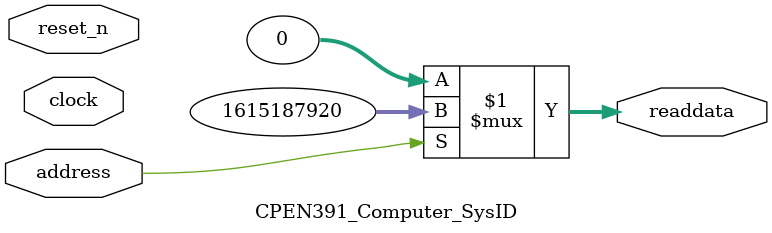
<source format=v>

`timescale 1ns / 1ps
// synthesis translate_on

// turn off superfluous verilog processor warnings 
// altera message_level Level1 
// altera message_off 10034 10035 10036 10037 10230 10240 10030 

module CPEN391_Computer_SysID (
               // inputs:
                address,
                clock,
                reset_n,

               // outputs:
                readdata
             )
;

  output  [ 31: 0] readdata;
  input            address;
  input            clock;
  input            reset_n;

  wire    [ 31: 0] readdata;
  //control_slave, which is an e_avalon_slave
  assign readdata = address ? 1615187920 : 0;

endmodule




</source>
